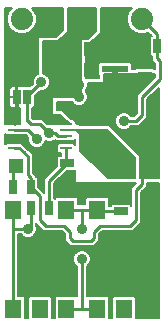
<source format=gtl>
G04 (created by PCBNEW (2013-07-07 BZR 4022)-stable) date 7/23/2013 8:12:12 PM*
%MOIN*%
G04 Gerber Fmt 3.4, Leading zero omitted, Abs format*
%FSLAX34Y34*%
G01*
G70*
G90*
G04 APERTURE LIST*
%ADD10C,0.00590551*%
%ADD11C,0.074*%
%ADD12R,0.0551181X0.0629921*%
%ADD13R,0.0394X0.0106*%
%ADD14R,0.05X0.1*%
%ADD15R,0.045X0.025*%
%ADD16R,0.025X0.045*%
%ADD17R,0.0472X0.0472*%
%ADD18R,0.0944882X0.0708661*%
%ADD19R,0.0905512X0.0244094*%
%ADD20R,0.05X0.025*%
%ADD21R,0.025X0.05*%
%ADD22C,0.035*%
%ADD23C,0.01*%
%ADD24C,0.02*%
%ADD25C,0.008*%
G04 APERTURE END LIST*
G54D10*
G54D11*
X47500Y-20500D03*
X48500Y-20500D03*
X49500Y-20500D03*
X50500Y-20500D03*
X51500Y-20500D03*
G54D12*
X51785Y-30153D03*
X51785Y-26846D03*
X50014Y-26846D03*
X50014Y-30153D03*
X50900Y-30153D03*
G54D13*
X47225Y-24000D03*
X47225Y-24200D03*
X47225Y-24400D03*
X47225Y-24600D03*
X47225Y-24800D03*
X48975Y-24800D03*
X48975Y-24600D03*
X48975Y-24400D03*
X48975Y-24200D03*
X48975Y-24000D03*
G54D14*
X47200Y-21750D03*
X48400Y-21750D03*
G54D15*
X50800Y-26900D03*
X50800Y-26300D03*
G54D16*
X47800Y-26800D03*
X48400Y-26800D03*
G54D15*
X49000Y-25300D03*
X49000Y-25900D03*
G54D16*
X47800Y-26100D03*
X47200Y-26100D03*
G54D15*
X48900Y-23400D03*
X48900Y-22800D03*
G54D16*
X49700Y-22200D03*
X49100Y-22200D03*
X49700Y-21500D03*
X49100Y-21500D03*
G54D17*
X47287Y-25400D03*
X48113Y-25400D03*
G54D18*
X50800Y-25481D03*
X50800Y-23118D03*
G54D19*
X50600Y-22172D03*
X50600Y-21227D03*
G54D12*
X48985Y-30153D03*
X48985Y-26846D03*
X47214Y-26846D03*
X47214Y-30153D03*
X48100Y-30153D03*
G54D16*
X51400Y-21400D03*
X52000Y-21400D03*
G54D20*
X51600Y-22377D03*
X51600Y-22023D03*
G54D21*
X47323Y-23100D03*
X47677Y-23100D03*
G54D22*
X47700Y-27500D03*
X48400Y-24300D03*
X49500Y-27500D03*
X49500Y-28500D03*
X48150Y-22600D03*
X50900Y-23900D03*
X48000Y-24500D03*
X49400Y-22700D03*
X49400Y-23100D03*
X48300Y-24900D03*
X51800Y-26200D03*
X49800Y-26100D03*
G54D23*
X47323Y-23100D02*
X47323Y-23902D01*
X47323Y-23902D02*
X47225Y-24000D01*
X47800Y-26800D02*
X47800Y-27400D01*
X47800Y-27400D02*
X47700Y-27500D01*
X47214Y-27500D02*
X47700Y-27500D01*
X47214Y-26846D02*
X47214Y-27500D01*
X47214Y-27500D02*
X47214Y-30153D01*
X47214Y-26846D02*
X47214Y-27014D01*
X47753Y-26846D02*
X47800Y-26800D01*
X48975Y-24400D02*
X48700Y-24400D01*
X48600Y-24300D02*
X48700Y-24400D01*
X48600Y-24300D02*
X48400Y-24300D01*
X47677Y-23877D02*
X47700Y-23900D01*
X47800Y-24000D02*
X47700Y-23900D01*
X48100Y-24000D02*
X47800Y-24000D01*
X48400Y-24300D02*
X48100Y-24000D01*
X47677Y-23100D02*
X47677Y-23877D01*
X50014Y-26846D02*
X49500Y-26846D01*
X49500Y-26846D02*
X49500Y-27500D01*
X49500Y-30153D02*
X49500Y-28500D01*
X48985Y-30153D02*
X49500Y-30153D01*
X49500Y-30153D02*
X50014Y-30153D01*
X48985Y-26846D02*
X49500Y-26846D01*
X50800Y-26900D02*
X50067Y-26900D01*
X50067Y-26900D02*
X50014Y-26846D01*
X47677Y-23100D02*
X47677Y-23073D01*
X48150Y-22600D02*
X47950Y-22800D01*
X47677Y-23073D02*
X47950Y-22800D01*
G54D24*
X50600Y-22172D02*
X50600Y-22918D01*
X50600Y-22918D02*
X50800Y-23118D01*
G54D23*
X47225Y-24800D02*
X47417Y-24800D01*
X47700Y-25082D02*
X47558Y-24941D01*
X47800Y-25800D02*
X47800Y-26100D01*
X47700Y-25700D02*
X47700Y-25100D01*
X47800Y-25800D02*
X47700Y-25700D01*
X47700Y-25100D02*
X47700Y-25082D01*
X47417Y-24800D02*
X47558Y-24941D01*
X51300Y-26200D02*
X51300Y-27200D01*
X50800Y-23200D02*
X50500Y-23500D01*
X50500Y-23500D02*
X50500Y-24000D01*
X50500Y-24000D02*
X51500Y-25000D01*
X51500Y-25000D02*
X51500Y-25900D01*
X51300Y-26200D02*
X51500Y-26000D01*
X51500Y-26000D02*
X51500Y-25900D01*
X47800Y-26100D02*
X48100Y-26400D01*
X50800Y-23200D02*
X50800Y-23118D01*
X48100Y-27200D02*
X48100Y-26400D01*
X48300Y-27400D02*
X48100Y-27200D01*
X48900Y-27400D02*
X48300Y-27400D01*
X49100Y-27600D02*
X48900Y-27400D01*
X49100Y-27800D02*
X49100Y-27600D01*
X49200Y-27900D02*
X49100Y-27800D01*
X49800Y-27900D02*
X49200Y-27900D01*
X49900Y-27800D02*
X49800Y-27900D01*
X49900Y-27600D02*
X49900Y-27800D01*
X50100Y-27400D02*
X49900Y-27600D01*
X51100Y-27400D02*
X50100Y-27400D01*
X51300Y-27200D02*
X51100Y-27400D01*
X48975Y-24800D02*
X48975Y-25275D01*
X48975Y-25275D02*
X49000Y-25300D01*
X49000Y-25300D02*
X48400Y-25900D01*
X48400Y-26800D02*
X48400Y-25900D01*
X48400Y-25900D02*
X48400Y-26100D01*
X51500Y-23700D02*
X51300Y-23900D01*
X51300Y-23900D02*
X50900Y-23900D01*
X52100Y-22500D02*
X51500Y-23100D01*
X52000Y-21800D02*
X52100Y-21900D01*
X52100Y-21900D02*
X52100Y-22500D01*
X52000Y-21400D02*
X52000Y-21800D01*
X51500Y-23100D02*
X51500Y-23700D01*
X47700Y-24200D02*
X48000Y-24500D01*
X47600Y-24200D02*
X47225Y-24200D01*
X47600Y-24200D02*
X47700Y-24200D01*
X52000Y-21400D02*
X52000Y-21000D01*
X52000Y-21000D02*
X51500Y-20500D01*
X49400Y-23100D02*
X49400Y-22700D01*
X49300Y-22800D02*
X49400Y-22700D01*
X49300Y-22800D02*
X48900Y-22800D01*
X47700Y-24800D02*
X47800Y-24900D01*
X47500Y-24600D02*
X47700Y-24800D01*
X47225Y-24600D02*
X47500Y-24600D01*
X47800Y-24900D02*
X48300Y-24900D01*
X47225Y-24400D02*
X47225Y-24600D01*
X48300Y-24900D02*
X48300Y-25213D01*
X48300Y-25213D02*
X48113Y-25400D01*
X48600Y-24600D02*
X48300Y-24900D01*
X48600Y-24600D02*
X48975Y-24600D01*
X51785Y-26214D02*
X51785Y-26846D01*
X51800Y-26200D02*
X51785Y-26214D01*
X50800Y-26300D02*
X50000Y-26300D01*
X50000Y-26300D02*
X49800Y-26100D01*
X49200Y-26100D02*
X49000Y-25900D01*
X49800Y-26100D02*
X49200Y-26100D01*
X51785Y-26846D02*
X51785Y-30153D01*
X47200Y-26100D02*
X47200Y-25487D01*
X47200Y-25487D02*
X47287Y-25400D01*
G54D10*
G36*
X49960Y-20883D02*
X49688Y-21154D01*
X49551Y-21154D01*
X49539Y-21160D01*
X49460Y-21160D01*
X49460Y-21239D01*
X49455Y-21251D01*
X49454Y-21298D01*
X49454Y-21748D01*
X49460Y-21760D01*
X49460Y-21939D01*
X49455Y-21951D01*
X49454Y-21998D01*
X49454Y-22448D01*
X49460Y-22460D01*
X49460Y-23110D01*
X48510Y-23110D01*
X48510Y-23690D01*
X48783Y-23690D01*
X49103Y-24010D01*
X48470Y-24010D01*
X48458Y-24005D01*
X48345Y-24004D01*
X48220Y-23879D01*
X48165Y-23842D01*
X48100Y-23830D01*
X47870Y-23830D01*
X47847Y-23806D01*
X47847Y-23461D01*
X47869Y-23451D01*
X47903Y-23418D01*
X47921Y-23373D01*
X47922Y-23326D01*
X47922Y-23068D01*
X48070Y-22920D01*
X48070Y-22920D01*
X48070Y-22920D01*
X48095Y-22894D01*
X48208Y-22895D01*
X48316Y-22850D01*
X48399Y-22767D01*
X48444Y-22658D01*
X48445Y-22541D01*
X48400Y-22433D01*
X48317Y-22350D01*
X48208Y-22305D01*
X48190Y-22305D01*
X48190Y-21240D01*
X48716Y-21240D01*
X49040Y-20916D01*
X49040Y-20140D01*
X49960Y-20140D01*
X49960Y-20883D01*
X49960Y-20883D01*
G37*
G54D25*
X49960Y-20883D02*
X49688Y-21154D01*
X49551Y-21154D01*
X49539Y-21160D01*
X49460Y-21160D01*
X49460Y-21239D01*
X49455Y-21251D01*
X49454Y-21298D01*
X49454Y-21748D01*
X49460Y-21760D01*
X49460Y-21939D01*
X49455Y-21951D01*
X49454Y-21998D01*
X49454Y-22448D01*
X49460Y-22460D01*
X49460Y-23110D01*
X48510Y-23110D01*
X48510Y-23690D01*
X48783Y-23690D01*
X49103Y-24010D01*
X48470Y-24010D01*
X48458Y-24005D01*
X48345Y-24004D01*
X48220Y-23879D01*
X48165Y-23842D01*
X48100Y-23830D01*
X47870Y-23830D01*
X47847Y-23806D01*
X47847Y-23461D01*
X47869Y-23451D01*
X47903Y-23418D01*
X47921Y-23373D01*
X47922Y-23326D01*
X47922Y-23068D01*
X48070Y-22920D01*
X48070Y-22920D01*
X48070Y-22920D01*
X48095Y-22894D01*
X48208Y-22895D01*
X48316Y-22850D01*
X48399Y-22767D01*
X48444Y-22658D01*
X48445Y-22541D01*
X48400Y-22433D01*
X48317Y-22350D01*
X48208Y-22305D01*
X48190Y-22305D01*
X48190Y-21240D01*
X48716Y-21240D01*
X49040Y-20916D01*
X49040Y-20140D01*
X49960Y-20140D01*
X49960Y-20883D01*
G54D10*
G36*
X48880Y-20850D02*
X48650Y-21080D01*
X48030Y-21080D01*
X48030Y-21250D01*
X48029Y-21273D01*
X48029Y-22273D01*
X48030Y-22273D01*
X48030Y-22330D01*
X47983Y-22349D01*
X47900Y-22432D01*
X47855Y-22541D01*
X47854Y-22654D01*
X47829Y-22679D01*
X47829Y-22679D01*
X47779Y-22729D01*
X47778Y-22729D01*
X47550Y-22729D01*
X47550Y-22600D01*
X46950Y-22600D01*
X46950Y-23600D01*
X47430Y-23600D01*
X47430Y-24010D01*
X46940Y-24010D01*
X46940Y-20140D01*
X47167Y-20140D01*
X47084Y-20222D01*
X47010Y-20402D01*
X47009Y-20597D01*
X47084Y-20777D01*
X47222Y-20915D01*
X47402Y-20989D01*
X47597Y-20990D01*
X47777Y-20915D01*
X47915Y-20777D01*
X47989Y-20597D01*
X47990Y-20402D01*
X47915Y-20222D01*
X47832Y-20140D01*
X48880Y-20140D01*
X48880Y-20850D01*
X48880Y-20850D01*
G37*
G54D25*
X48880Y-20850D02*
X48650Y-21080D01*
X48030Y-21080D01*
X48030Y-21250D01*
X48029Y-21273D01*
X48029Y-22273D01*
X48030Y-22273D01*
X48030Y-22330D01*
X47983Y-22349D01*
X47900Y-22432D01*
X47855Y-22541D01*
X47854Y-22654D01*
X47829Y-22679D01*
X47829Y-22679D01*
X47779Y-22729D01*
X47778Y-22729D01*
X47550Y-22729D01*
X47550Y-22600D01*
X46950Y-22600D01*
X46950Y-23600D01*
X47430Y-23600D01*
X47430Y-24010D01*
X46940Y-24010D01*
X46940Y-20140D01*
X47167Y-20140D01*
X47084Y-20222D01*
X47010Y-20402D01*
X47009Y-20597D01*
X47084Y-20777D01*
X47222Y-20915D01*
X47402Y-20989D01*
X47597Y-20990D01*
X47777Y-20915D01*
X47915Y-20777D01*
X47989Y-20597D01*
X47990Y-20402D01*
X47915Y-20222D01*
X47832Y-20140D01*
X48880Y-20140D01*
X48880Y-20850D01*
G54D10*
G36*
X51930Y-22160D02*
X51927Y-22160D01*
X51918Y-22150D01*
X51873Y-22132D01*
X51826Y-22131D01*
X51326Y-22131D01*
X51282Y-22150D01*
X51272Y-22160D01*
X51172Y-22160D01*
X51172Y-22026D01*
X51154Y-21982D01*
X51120Y-21948D01*
X51076Y-21930D01*
X51028Y-21930D01*
X50123Y-21930D01*
X50079Y-21948D01*
X50045Y-21982D01*
X50027Y-22026D01*
X50027Y-22074D01*
X50027Y-22318D01*
X50045Y-22362D01*
X50060Y-22376D01*
X50060Y-22460D01*
X49620Y-22460D01*
X49620Y-21320D01*
X49749Y-21320D01*
X50120Y-20949D01*
X50120Y-20140D01*
X51000Y-20140D01*
X51167Y-20140D01*
X51084Y-20222D01*
X51010Y-20402D01*
X51009Y-20597D01*
X51084Y-20777D01*
X51222Y-20915D01*
X51402Y-20989D01*
X51597Y-20990D01*
X51705Y-20945D01*
X51825Y-21065D01*
X51807Y-21073D01*
X51773Y-21106D01*
X51755Y-21151D01*
X51754Y-21198D01*
X51754Y-21648D01*
X51773Y-21692D01*
X51806Y-21726D01*
X51830Y-21736D01*
X51830Y-21800D01*
X51842Y-21865D01*
X51879Y-21920D01*
X51930Y-21970D01*
X51930Y-22160D01*
X51930Y-22160D01*
G37*
G54D25*
X51930Y-22160D02*
X51927Y-22160D01*
X51918Y-22150D01*
X51873Y-22132D01*
X51826Y-22131D01*
X51326Y-22131D01*
X51282Y-22150D01*
X51272Y-22160D01*
X51172Y-22160D01*
X51172Y-22026D01*
X51154Y-21982D01*
X51120Y-21948D01*
X51076Y-21930D01*
X51028Y-21930D01*
X50123Y-21930D01*
X50079Y-21948D01*
X50045Y-21982D01*
X50027Y-22026D01*
X50027Y-22074D01*
X50027Y-22318D01*
X50045Y-22362D01*
X50060Y-22376D01*
X50060Y-22460D01*
X49620Y-22460D01*
X49620Y-21320D01*
X49749Y-21320D01*
X50120Y-20949D01*
X50120Y-20140D01*
X51000Y-20140D01*
X51167Y-20140D01*
X51084Y-20222D01*
X51010Y-20402D01*
X51009Y-20597D01*
X51084Y-20777D01*
X51222Y-20915D01*
X51402Y-20989D01*
X51597Y-20990D01*
X51705Y-20945D01*
X51825Y-21065D01*
X51807Y-21073D01*
X51773Y-21106D01*
X51755Y-21151D01*
X51754Y-21198D01*
X51754Y-21648D01*
X51773Y-21692D01*
X51806Y-21726D01*
X51830Y-21736D01*
X51830Y-21800D01*
X51842Y-21865D01*
X51879Y-21920D01*
X51930Y-21970D01*
X51930Y-22160D01*
G54D10*
G36*
X51260Y-25810D02*
X50366Y-25810D01*
X49440Y-24883D01*
X49440Y-24333D01*
X49316Y-24210D01*
X48840Y-24210D01*
X48840Y-24190D01*
X50333Y-24190D01*
X51260Y-25116D01*
X51260Y-25810D01*
X51260Y-25810D01*
G37*
G54D25*
X51260Y-25810D02*
X50366Y-25810D01*
X49440Y-24883D01*
X49440Y-24333D01*
X49316Y-24210D01*
X48840Y-24210D01*
X48840Y-24190D01*
X50333Y-24190D01*
X51260Y-25116D01*
X51260Y-25810D01*
G54D10*
G36*
X52060Y-25810D02*
X51420Y-25810D01*
X51420Y-25050D01*
X50399Y-24030D01*
X49440Y-24030D01*
X49440Y-24010D01*
X49329Y-24010D01*
X49292Y-23972D01*
X49292Y-23923D01*
X49273Y-23879D01*
X49240Y-23845D01*
X49195Y-23827D01*
X49148Y-23826D01*
X49146Y-23826D01*
X48849Y-23530D01*
X48670Y-23530D01*
X48670Y-23270D01*
X49152Y-23270D01*
X49232Y-23349D01*
X49341Y-23394D01*
X49458Y-23395D01*
X49566Y-23350D01*
X49649Y-23267D01*
X49694Y-23158D01*
X49695Y-23041D01*
X49650Y-22933D01*
X49620Y-22902D01*
X49620Y-22897D01*
X49649Y-22867D01*
X49694Y-22758D01*
X49695Y-22641D01*
X49686Y-22620D01*
X50220Y-22620D01*
X50220Y-22320D01*
X51930Y-22320D01*
X51930Y-22429D01*
X51379Y-22979D01*
X51342Y-23034D01*
X51330Y-23100D01*
X51330Y-23629D01*
X51229Y-23730D01*
X51147Y-23730D01*
X51067Y-23650D01*
X50958Y-23605D01*
X50841Y-23604D01*
X50733Y-23649D01*
X50650Y-23732D01*
X50605Y-23841D01*
X50604Y-23958D01*
X50649Y-24066D01*
X50732Y-24149D01*
X50841Y-24194D01*
X50958Y-24195D01*
X51066Y-24150D01*
X51147Y-24070D01*
X51300Y-24070D01*
X51365Y-24057D01*
X51365Y-24057D01*
X51420Y-24020D01*
X51620Y-23820D01*
X51620Y-23820D01*
X51620Y-23820D01*
X51657Y-23765D01*
X51670Y-23700D01*
X51670Y-23170D01*
X52060Y-22780D01*
X52060Y-25810D01*
X52060Y-25810D01*
G37*
G54D25*
X52060Y-25810D02*
X51420Y-25810D01*
X51420Y-25050D01*
X50399Y-24030D01*
X49440Y-24030D01*
X49440Y-24010D01*
X49329Y-24010D01*
X49292Y-23972D01*
X49292Y-23923D01*
X49273Y-23879D01*
X49240Y-23845D01*
X49195Y-23827D01*
X49148Y-23826D01*
X49146Y-23826D01*
X48849Y-23530D01*
X48670Y-23530D01*
X48670Y-23270D01*
X49152Y-23270D01*
X49232Y-23349D01*
X49341Y-23394D01*
X49458Y-23395D01*
X49566Y-23350D01*
X49649Y-23267D01*
X49694Y-23158D01*
X49695Y-23041D01*
X49650Y-22933D01*
X49620Y-22902D01*
X49620Y-22897D01*
X49649Y-22867D01*
X49694Y-22758D01*
X49695Y-22641D01*
X49686Y-22620D01*
X50220Y-22620D01*
X50220Y-22320D01*
X51930Y-22320D01*
X51930Y-22429D01*
X51379Y-22979D01*
X51342Y-23034D01*
X51330Y-23100D01*
X51330Y-23629D01*
X51229Y-23730D01*
X51147Y-23730D01*
X51067Y-23650D01*
X50958Y-23605D01*
X50841Y-23604D01*
X50733Y-23649D01*
X50650Y-23732D01*
X50605Y-23841D01*
X50604Y-23958D01*
X50649Y-24066D01*
X50732Y-24149D01*
X50841Y-24194D01*
X50958Y-24195D01*
X51066Y-24150D01*
X51147Y-24070D01*
X51300Y-24070D01*
X51365Y-24057D01*
X51365Y-24057D01*
X51420Y-24020D01*
X51620Y-23820D01*
X51620Y-23820D01*
X51620Y-23820D01*
X51657Y-23765D01*
X51670Y-23700D01*
X51670Y-23170D01*
X52060Y-22780D01*
X52060Y-25810D01*
G54D10*
G36*
X47510Y-22737D02*
X47500Y-22741D01*
X47471Y-22729D01*
X47363Y-22730D01*
X47333Y-22760D01*
X47333Y-23090D01*
X47340Y-23090D01*
X47340Y-23110D01*
X47333Y-23110D01*
X47333Y-23440D01*
X47363Y-23470D01*
X47430Y-23470D01*
X47430Y-23560D01*
X47313Y-23560D01*
X47313Y-23440D01*
X47313Y-23110D01*
X47313Y-23090D01*
X47313Y-22760D01*
X47283Y-22730D01*
X47174Y-22729D01*
X47130Y-22748D01*
X47096Y-22781D01*
X47078Y-22826D01*
X47077Y-22873D01*
X47078Y-23060D01*
X47108Y-23090D01*
X47313Y-23090D01*
X47313Y-23110D01*
X47108Y-23110D01*
X47078Y-23140D01*
X47077Y-23326D01*
X47078Y-23373D01*
X47096Y-23418D01*
X47130Y-23451D01*
X47174Y-23470D01*
X47283Y-23470D01*
X47313Y-23440D01*
X47313Y-23560D01*
X46990Y-23560D01*
X46990Y-22640D01*
X47510Y-22640D01*
X47510Y-22737D01*
X47510Y-22737D01*
G37*
G54D25*
X47510Y-22737D02*
X47500Y-22741D01*
X47471Y-22729D01*
X47363Y-22730D01*
X47333Y-22760D01*
X47333Y-23090D01*
X47340Y-23090D01*
X47340Y-23110D01*
X47333Y-23110D01*
X47333Y-23440D01*
X47363Y-23470D01*
X47430Y-23470D01*
X47430Y-23560D01*
X47313Y-23560D01*
X47313Y-23440D01*
X47313Y-23110D01*
X47313Y-23090D01*
X47313Y-22760D01*
X47283Y-22730D01*
X47174Y-22729D01*
X47130Y-22748D01*
X47096Y-22781D01*
X47078Y-22826D01*
X47077Y-22873D01*
X47078Y-23060D01*
X47108Y-23090D01*
X47313Y-23090D01*
X47313Y-23110D01*
X47108Y-23110D01*
X47078Y-23140D01*
X47077Y-23326D01*
X47078Y-23373D01*
X47096Y-23418D01*
X47130Y-23451D01*
X47174Y-23470D01*
X47283Y-23470D01*
X47313Y-23440D01*
X47313Y-23560D01*
X46990Y-23560D01*
X46990Y-22640D01*
X47510Y-22640D01*
X47510Y-22737D01*
G54D10*
G36*
X49280Y-24694D02*
X49273Y-24679D01*
X49240Y-24645D01*
X49195Y-24627D01*
X49148Y-24626D01*
X48754Y-24626D01*
X48710Y-24645D01*
X48676Y-24678D01*
X48658Y-24723D01*
X48657Y-24770D01*
X48657Y-24876D01*
X48676Y-24920D01*
X48709Y-24954D01*
X48754Y-24972D01*
X48801Y-24973D01*
X48805Y-24973D01*
X48805Y-25054D01*
X48751Y-25054D01*
X48707Y-25073D01*
X48673Y-25106D01*
X48655Y-25151D01*
X48654Y-25198D01*
X48654Y-25404D01*
X48279Y-25779D01*
X48242Y-25834D01*
X48230Y-25900D01*
X48230Y-26100D01*
X48230Y-26294D01*
X48220Y-26279D01*
X48220Y-26279D01*
X48045Y-26104D01*
X48045Y-25851D01*
X48026Y-25807D01*
X47993Y-25773D01*
X47962Y-25760D01*
X47957Y-25734D01*
X47920Y-25679D01*
X47870Y-25629D01*
X47870Y-25100D01*
X47870Y-25082D01*
X47857Y-25017D01*
X47820Y-24962D01*
X47820Y-24962D01*
X47678Y-24821D01*
X47678Y-24821D01*
X47537Y-24679D01*
X47498Y-24653D01*
X47498Y-24653D01*
X47490Y-24645D01*
X47445Y-24627D01*
X47398Y-24626D01*
X47004Y-24626D01*
X46960Y-24645D01*
X46940Y-24665D01*
X46940Y-24334D01*
X46959Y-24354D01*
X47004Y-24372D01*
X47051Y-24373D01*
X47445Y-24373D01*
X47453Y-24370D01*
X47600Y-24370D01*
X47629Y-24370D01*
X47705Y-24445D01*
X47704Y-24558D01*
X47749Y-24666D01*
X47832Y-24749D01*
X47941Y-24794D01*
X48058Y-24795D01*
X48166Y-24750D01*
X48249Y-24667D01*
X48288Y-24573D01*
X48341Y-24594D01*
X48458Y-24595D01*
X48566Y-24550D01*
X48590Y-24527D01*
X48634Y-24557D01*
X48700Y-24570D01*
X48746Y-24570D01*
X48754Y-24572D01*
X48801Y-24573D01*
X49195Y-24573D01*
X49239Y-24554D01*
X49273Y-24521D01*
X49280Y-24505D01*
X49280Y-24694D01*
X49280Y-24694D01*
G37*
G54D25*
X49280Y-24694D02*
X49273Y-24679D01*
X49240Y-24645D01*
X49195Y-24627D01*
X49148Y-24626D01*
X48754Y-24626D01*
X48710Y-24645D01*
X48676Y-24678D01*
X48658Y-24723D01*
X48657Y-24770D01*
X48657Y-24876D01*
X48676Y-24920D01*
X48709Y-24954D01*
X48754Y-24972D01*
X48801Y-24973D01*
X48805Y-24973D01*
X48805Y-25054D01*
X48751Y-25054D01*
X48707Y-25073D01*
X48673Y-25106D01*
X48655Y-25151D01*
X48654Y-25198D01*
X48654Y-25404D01*
X48279Y-25779D01*
X48242Y-25834D01*
X48230Y-25900D01*
X48230Y-26100D01*
X48230Y-26294D01*
X48220Y-26279D01*
X48220Y-26279D01*
X48045Y-26104D01*
X48045Y-25851D01*
X48026Y-25807D01*
X47993Y-25773D01*
X47962Y-25760D01*
X47957Y-25734D01*
X47920Y-25679D01*
X47870Y-25629D01*
X47870Y-25100D01*
X47870Y-25082D01*
X47857Y-25017D01*
X47820Y-24962D01*
X47820Y-24962D01*
X47678Y-24821D01*
X47678Y-24821D01*
X47537Y-24679D01*
X47498Y-24653D01*
X47498Y-24653D01*
X47490Y-24645D01*
X47445Y-24627D01*
X47398Y-24626D01*
X47004Y-24626D01*
X46960Y-24645D01*
X46940Y-24665D01*
X46940Y-24334D01*
X46959Y-24354D01*
X47004Y-24372D01*
X47051Y-24373D01*
X47445Y-24373D01*
X47453Y-24370D01*
X47600Y-24370D01*
X47629Y-24370D01*
X47705Y-24445D01*
X47704Y-24558D01*
X47749Y-24666D01*
X47832Y-24749D01*
X47941Y-24794D01*
X48058Y-24795D01*
X48166Y-24750D01*
X48249Y-24667D01*
X48288Y-24573D01*
X48341Y-24594D01*
X48458Y-24595D01*
X48566Y-24550D01*
X48590Y-24527D01*
X48634Y-24557D01*
X48700Y-24570D01*
X48746Y-24570D01*
X48754Y-24572D01*
X48801Y-24573D01*
X49195Y-24573D01*
X49239Y-24554D01*
X49273Y-24521D01*
X49280Y-24505D01*
X49280Y-24694D01*
G54D10*
G36*
X51289Y-25970D02*
X51179Y-26079D01*
X51142Y-26134D01*
X51130Y-26200D01*
X51130Y-26714D01*
X51126Y-26707D01*
X51093Y-26673D01*
X51048Y-26655D01*
X51001Y-26654D01*
X50551Y-26654D01*
X50507Y-26673D01*
X50473Y-26706D01*
X50463Y-26730D01*
X50409Y-26730D01*
X50409Y-26507D01*
X50391Y-26463D01*
X50357Y-26429D01*
X50313Y-26411D01*
X50265Y-26411D01*
X49714Y-26411D01*
X49670Y-26429D01*
X49636Y-26463D01*
X49618Y-26507D01*
X49618Y-26555D01*
X49618Y-26676D01*
X49500Y-26676D01*
X49381Y-26676D01*
X49381Y-26507D01*
X49363Y-26463D01*
X49329Y-26429D01*
X49285Y-26411D01*
X49237Y-26411D01*
X48686Y-26411D01*
X48642Y-26429D01*
X48608Y-26463D01*
X48601Y-26481D01*
X48593Y-26473D01*
X48570Y-26463D01*
X48570Y-26100D01*
X48570Y-25970D01*
X48995Y-25545D01*
X49248Y-25545D01*
X49280Y-25532D01*
X49280Y-25970D01*
X50300Y-25970D01*
X51289Y-25970D01*
X51289Y-25970D01*
G37*
G54D25*
X51289Y-25970D02*
X51179Y-26079D01*
X51142Y-26134D01*
X51130Y-26200D01*
X51130Y-26714D01*
X51126Y-26707D01*
X51093Y-26673D01*
X51048Y-26655D01*
X51001Y-26654D01*
X50551Y-26654D01*
X50507Y-26673D01*
X50473Y-26706D01*
X50463Y-26730D01*
X50409Y-26730D01*
X50409Y-26507D01*
X50391Y-26463D01*
X50357Y-26429D01*
X50313Y-26411D01*
X50265Y-26411D01*
X49714Y-26411D01*
X49670Y-26429D01*
X49636Y-26463D01*
X49618Y-26507D01*
X49618Y-26555D01*
X49618Y-26676D01*
X49500Y-26676D01*
X49381Y-26676D01*
X49381Y-26507D01*
X49363Y-26463D01*
X49329Y-26429D01*
X49285Y-26411D01*
X49237Y-26411D01*
X48686Y-26411D01*
X48642Y-26429D01*
X48608Y-26463D01*
X48601Y-26481D01*
X48593Y-26473D01*
X48570Y-26463D01*
X48570Y-26100D01*
X48570Y-25970D01*
X48995Y-25545D01*
X49248Y-25545D01*
X49280Y-25532D01*
X49280Y-25970D01*
X50300Y-25970D01*
X51289Y-25970D01*
G54D10*
G36*
X52060Y-30460D02*
X51295Y-30460D01*
X51295Y-30444D01*
X51295Y-29814D01*
X51277Y-29770D01*
X51243Y-29736D01*
X51199Y-29718D01*
X51151Y-29718D01*
X50600Y-29718D01*
X50556Y-29736D01*
X50522Y-29770D01*
X50504Y-29814D01*
X50504Y-29862D01*
X50504Y-30460D01*
X50409Y-30460D01*
X50409Y-30444D01*
X50409Y-29814D01*
X50391Y-29770D01*
X50357Y-29736D01*
X50313Y-29718D01*
X50265Y-29718D01*
X49714Y-29718D01*
X49670Y-29736D01*
X49670Y-29737D01*
X49670Y-28747D01*
X49749Y-28667D01*
X49794Y-28558D01*
X49795Y-28441D01*
X49750Y-28333D01*
X49667Y-28250D01*
X49558Y-28205D01*
X49441Y-28204D01*
X49333Y-28249D01*
X49250Y-28332D01*
X49205Y-28441D01*
X49204Y-28558D01*
X49249Y-28666D01*
X49330Y-28747D01*
X49330Y-29737D01*
X49329Y-29736D01*
X49285Y-29718D01*
X49237Y-29718D01*
X48686Y-29718D01*
X48642Y-29736D01*
X48608Y-29770D01*
X48590Y-29814D01*
X48590Y-29862D01*
X48590Y-30460D01*
X48495Y-30460D01*
X48495Y-30444D01*
X48495Y-29814D01*
X48477Y-29770D01*
X48443Y-29736D01*
X48399Y-29718D01*
X48351Y-29718D01*
X47800Y-29718D01*
X47756Y-29736D01*
X47722Y-29770D01*
X47704Y-29814D01*
X47704Y-29862D01*
X47704Y-30460D01*
X47609Y-30460D01*
X47609Y-30444D01*
X47609Y-29814D01*
X47591Y-29770D01*
X47557Y-29736D01*
X47513Y-29718D01*
X47465Y-29718D01*
X47384Y-29718D01*
X47384Y-27670D01*
X47452Y-27670D01*
X47532Y-27749D01*
X47641Y-27794D01*
X47758Y-27795D01*
X47866Y-27750D01*
X47949Y-27667D01*
X47994Y-27558D01*
X47995Y-27441D01*
X47970Y-27380D01*
X47970Y-27305D01*
X47979Y-27320D01*
X48179Y-27520D01*
X48179Y-27520D01*
X48234Y-27557D01*
X48300Y-27570D01*
X48829Y-27570D01*
X48930Y-27670D01*
X48930Y-27800D01*
X48942Y-27865D01*
X48979Y-27920D01*
X49079Y-28020D01*
X49134Y-28057D01*
X49200Y-28070D01*
X49800Y-28070D01*
X49865Y-28057D01*
X49865Y-28057D01*
X49920Y-28020D01*
X50020Y-27920D01*
X50057Y-27865D01*
X50070Y-27800D01*
X50070Y-27670D01*
X50170Y-27570D01*
X51100Y-27570D01*
X51165Y-27557D01*
X51165Y-27557D01*
X51220Y-27520D01*
X51420Y-27320D01*
X51420Y-27320D01*
X51420Y-27320D01*
X51457Y-27265D01*
X51470Y-27200D01*
X51470Y-26270D01*
X51620Y-26120D01*
X51620Y-26120D01*
X51620Y-26120D01*
X51657Y-26065D01*
X51670Y-26000D01*
X51670Y-25970D01*
X52060Y-25970D01*
X52060Y-30460D01*
X52060Y-30460D01*
G37*
G54D25*
X52060Y-30460D02*
X51295Y-30460D01*
X51295Y-30444D01*
X51295Y-29814D01*
X51277Y-29770D01*
X51243Y-29736D01*
X51199Y-29718D01*
X51151Y-29718D01*
X50600Y-29718D01*
X50556Y-29736D01*
X50522Y-29770D01*
X50504Y-29814D01*
X50504Y-29862D01*
X50504Y-30460D01*
X50409Y-30460D01*
X50409Y-30444D01*
X50409Y-29814D01*
X50391Y-29770D01*
X50357Y-29736D01*
X50313Y-29718D01*
X50265Y-29718D01*
X49714Y-29718D01*
X49670Y-29736D01*
X49670Y-29737D01*
X49670Y-28747D01*
X49749Y-28667D01*
X49794Y-28558D01*
X49795Y-28441D01*
X49750Y-28333D01*
X49667Y-28250D01*
X49558Y-28205D01*
X49441Y-28204D01*
X49333Y-28249D01*
X49250Y-28332D01*
X49205Y-28441D01*
X49204Y-28558D01*
X49249Y-28666D01*
X49330Y-28747D01*
X49330Y-29737D01*
X49329Y-29736D01*
X49285Y-29718D01*
X49237Y-29718D01*
X48686Y-29718D01*
X48642Y-29736D01*
X48608Y-29770D01*
X48590Y-29814D01*
X48590Y-29862D01*
X48590Y-30460D01*
X48495Y-30460D01*
X48495Y-30444D01*
X48495Y-29814D01*
X48477Y-29770D01*
X48443Y-29736D01*
X48399Y-29718D01*
X48351Y-29718D01*
X47800Y-29718D01*
X47756Y-29736D01*
X47722Y-29770D01*
X47704Y-29814D01*
X47704Y-29862D01*
X47704Y-30460D01*
X47609Y-30460D01*
X47609Y-30444D01*
X47609Y-29814D01*
X47591Y-29770D01*
X47557Y-29736D01*
X47513Y-29718D01*
X47465Y-29718D01*
X47384Y-29718D01*
X47384Y-27670D01*
X47452Y-27670D01*
X47532Y-27749D01*
X47641Y-27794D01*
X47758Y-27795D01*
X47866Y-27750D01*
X47949Y-27667D01*
X47994Y-27558D01*
X47995Y-27441D01*
X47970Y-27380D01*
X47970Y-27305D01*
X47979Y-27320D01*
X48179Y-27520D01*
X48179Y-27520D01*
X48234Y-27557D01*
X48300Y-27570D01*
X48829Y-27570D01*
X48930Y-27670D01*
X48930Y-27800D01*
X48942Y-27865D01*
X48979Y-27920D01*
X49079Y-28020D01*
X49134Y-28057D01*
X49200Y-28070D01*
X49800Y-28070D01*
X49865Y-28057D01*
X49865Y-28057D01*
X49920Y-28020D01*
X50020Y-27920D01*
X50057Y-27865D01*
X50070Y-27800D01*
X50070Y-27670D01*
X50170Y-27570D01*
X51100Y-27570D01*
X51165Y-27557D01*
X51165Y-27557D01*
X51220Y-27520D01*
X51420Y-27320D01*
X51420Y-27320D01*
X51420Y-27320D01*
X51457Y-27265D01*
X51470Y-27200D01*
X51470Y-26270D01*
X51620Y-26120D01*
X51620Y-26120D01*
X51620Y-26120D01*
X51657Y-26065D01*
X51670Y-26000D01*
X51670Y-25970D01*
X52060Y-25970D01*
X52060Y-30460D01*
M02*

</source>
